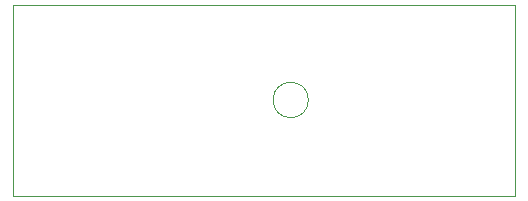
<source format=gbr>
%TF.GenerationSoftware,KiCad,Pcbnew,8.0.6*%
%TF.CreationDate,2024-11-27T12:45:58+01:00*%
%TF.ProjectId,Caffeinated-AFTONSPARV,43616666-6569-46e6-9174-65642d414654,rev?*%
%TF.SameCoordinates,Original*%
%TF.FileFunction,Profile,NP*%
%FSLAX46Y46*%
G04 Gerber Fmt 4.6, Leading zero omitted, Abs format (unit mm)*
G04 Created by KiCad (PCBNEW 8.0.6) date 2024-11-27 12:45:58*
%MOMM*%
%LPD*%
G01*
G04 APERTURE LIST*
%TA.AperFunction,Profile*%
%ADD10C,0.100000*%
%TD*%
G04 APERTURE END LIST*
D10*
X0Y16100000D02*
X42500000Y16100000D01*
X42500000Y0D01*
X0Y0D01*
X0Y16100000D01*
X25000000Y8100000D02*
G75*
G02*
X22000000Y8100000I-1500000J0D01*
G01*
X22000000Y8100000D02*
G75*
G02*
X25000000Y8100000I1500000J0D01*
G01*
M02*

</source>
